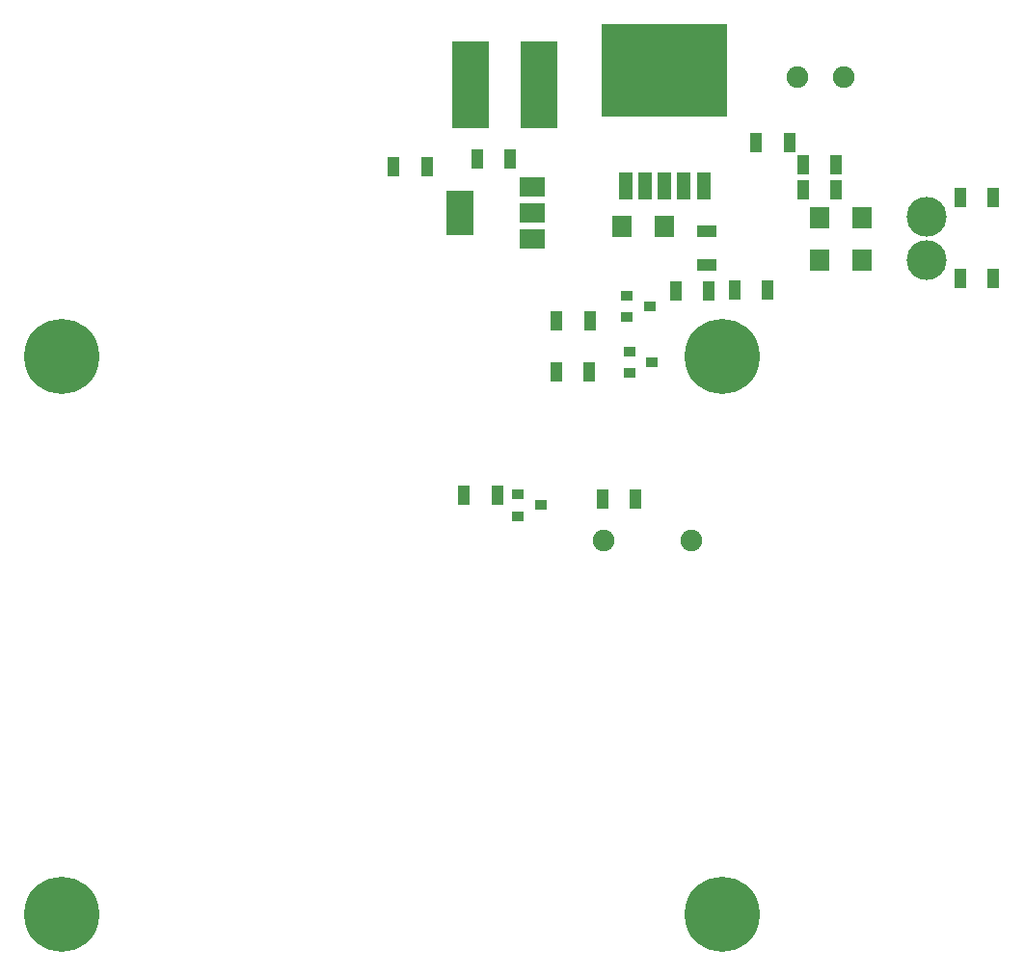
<source format=gts>
G04 project-name*
%FSLAX35Y35*%
%MOMM*%
G04 beep.b.c(1)*
%LPD*%
%ADD10C,1.9*%
D10*
X5136988Y14780092D02*
D03*

G04 beep.b.a(2)*
%LPD*%
D10*
X5906988Y14780092D02*
D03*

G04 _1.M3(1)*
%LPD*%
%ADD11C,6.6000000000000005*%
D11*
X377955Y16397353D02*
D03*

G04 _2.M3(1)*
%LPD*%
D11*
X6177955Y16397353D02*
D03*

G04 _3.M3(1)*
%LPD*%
D11*
X377955Y11497353D02*
D03*

G04 _4.M3(1)*
%LPD*%
D11*
X6177955Y11497353D02*
D03*

G04 P.C1.gnd(6)*
%LPD*%
%ADD12R,11X8.2*%
D12*
X5670230Y18916008D02*
D03*

G04 P.C1.onoff(5)*
%LPD*%
%ADD13R,1.27X2.3600000000000003*%
D13*
X6010630Y17899008D02*
D03*

G04 P.C1.fb(4)*
%LPD*%
D13*
X5840431Y17899008D02*
D03*

G04 P.C1.gnd(3)*
%LPD*%
D13*
X5670230Y17899008D02*
D03*

G04 P.C1.out(2)*
%LPD*%
D13*
X5500031Y17899008D02*
D03*

G04 P.C1.vin(1)*
%LPD*%
D13*
X5329830Y17899008D02*
D03*

G04 P.C10.c(1)*
%LPD*%
D10*
X7239362Y18854316D02*
D03*

G04 P.C10.a(2)*
%LPD*%
D10*
X6839362Y18854316D02*
D03*

G04 P.C10.c(1)*
%LPD*%
D10*
X7239362Y18854316D02*
D03*

G04 P.C10.a(2)*
%LPD*%
D10*
X6839362Y18854316D02*
D03*

G04 cn.GND(1)*
%LPD*%
%ADD14C,3.5*%
D14*
X7970945Y17623353D02*
D03*

G04 cn.VCC(2)*
%LPD*%
D14*
X7970945Y17242353D02*
D03*

G04 P.C2.vout(4)*
%LPD*%
%ADD15R,2.35X4*%
D15*
X3873535Y17660947D02*
D03*

G04 P.C2.vin(3)*
%LPD*%
%ADD16R,2.2X1.7*%
D16*
X4503536Y17890947D02*
D03*

G04 P.C2.vout(2)*
%LPD*%
D16*
X4503536Y17660947D02*
D03*

G04 P.C2.gnd(1)*
%LPD*%
D16*
X4503536Y17430947D02*
D03*

G04 P.L1.1(1)*
%LPD*%
%ADD17R,3.2X7.7*%
D17*
X3963301Y18789891D02*
D03*

G04 P.L1.2(2)*
%LPD*%
D17*
X4563302Y18789891D02*
D03*

G04 P.C3.C1.c(1)*
%LPD*%
%ADD18R,1.1X1.8*%
D18*
X7176162Y18085653D02*
D03*

G04 P.C3.C1.a(2)*
%LPD*%
D18*
X6886162Y18085653D02*
D03*

G04 P.C3.C2.c(1)*
%LPD*%
D18*
X7177374Y17859514D02*
D03*

G04 P.C3.C2.a(2)*
%LPD*%
D18*
X6887374Y17859514D02*
D03*

G04 P.R1.1(1)*
%LPD*%
%ADD19R,1.8X1.1*%
D19*
X6038641Y17497011D02*
D03*

G04 P.R1.2(2)*
%LPD*%
D19*
X6038641Y17207011D02*
D03*

G04 P.R2.1(1)*
%LPD*%
D18*
X3580317Y18068024D02*
D03*

G04 P.R2.2(2)*
%LPD*%
D18*
X3290317Y18068024D02*
D03*

G04 P.C13.c(1)*
%LPD*%
D18*
X6764172Y18279091D02*
D03*

G04 P.C13.a(2)*
%LPD*%
D18*
X6474172Y18279091D02*
D03*

G04 P.C11.c(1)*
%LPD*%
D18*
X4314768Y18131399D02*
D03*

G04 P.C11.a(2)*
%LPD*%
D18*
X4024768Y18131399D02*
D03*

G04 P.D14.c(1)*
%LPD*%
%ADD20R,1.72X1.88*%
D20*
X7029599Y17614600D02*
D03*

G04 P.D14.a(2)*
%LPD*%
D20*
X7405599Y17614600D02*
D03*

G04 P.D13.c(1)*
%LPD*%
D20*
X7029390Y17246958D02*
D03*

G04 P.D13.a(2)*
%LPD*%
D20*
X7405390Y17246958D02*
D03*

G04 P.D15.c(1)*
%LPD*%
D20*
X5291559Y17544523D02*
D03*

G04 P.D15.a(2)*
%LPD*%
D20*
X5667559Y17544523D02*
D03*

G04 led1.DR.Q1.c(3)*
%LPD*%
%ADD21R,1.1X0.8999999999999999*%
D21*
X5558399Y16350173D02*
D03*

G04 led1.DR.Q1.e(2)*
%LPD*%
D21*
X5358399Y16255174D02*
D03*

G04 led1.DR.Q1.b(1)*
%LPD*%
D21*
X5358399Y16445174D02*
D03*

G04 led1.DR.R1.1(1)*
%LPD*%
D18*
X5008100Y16262853D02*
D03*

G04 led1.DR.R1.2(2)*
%LPD*%
D18*
X4718100Y16262853D02*
D03*

G04 led1.D1.c(1)*
%LPD*%
D18*
X8267645Y17082353D02*
D03*

G04 led1.D1.a(2)*
%LPD*%
D18*
X8557645Y17082353D02*
D03*

G04 led1.R1.1(1)*
%LPD*%
D18*
X6572127Y16982967D02*
D03*

G04 led1.R1.2(2)*
%LPD*%
D18*
X6282127Y16982967D02*
D03*

G04 led2.DR.Q1.c(3)*
%LPD*%
D21*
X5537517Y16840697D02*
D03*

G04 led2.DR.Q1.e(2)*
%LPD*%
D21*
X5337517Y16745697D02*
D03*

G04 led2.DR.Q1.b(1)*
%LPD*%
D21*
X5337517Y16935697D02*
D03*

G04 led2.DR.R1.1(1)*
%LPD*%
D18*
X5012063Y16715504D02*
D03*

G04 led2.DR.R1.2(2)*
%LPD*%
D18*
X4722063Y16715504D02*
D03*

G04 led2.D1.c(1)*
%LPD*%
D18*
X8267645Y17793353D02*
D03*

G04 led2.D1.a(2)*
%LPD*%
D18*
X8557645Y17793353D02*
D03*

G04 led2.R1.1(1)*
%LPD*%
D18*
X6057216Y16976441D02*
D03*

G04 led2.R1.2(2)*
%LPD*%
D18*
X5767216Y16976441D02*
D03*

G04 beep.D.Q1.c(3)*
%LPD*%
D21*
X4584206Y15091405D02*
D03*

G04 beep.D.Q1.e(2)*
%LPD*%
D21*
X4384206Y14996405D02*
D03*

G04 beep.D.Q1.b(1)*
%LPD*%
D21*
X4384206Y15186405D02*
D03*

G04 beep.D.R1.1(1)*
%LPD*%
D18*
X4199875Y15181060D02*
D03*

G04 beep.D.R1.2(2)*
%LPD*%
D18*
X3909875Y15181060D02*
D03*

G04 beep.R1.1(1)*
%LPD*%
D18*
X5411381Y15141977D02*
D03*

G04 beep.R1.2(2)*
%LPD*%
D18*
X5121381Y15141977D02*
D03*

M02*
</source>
